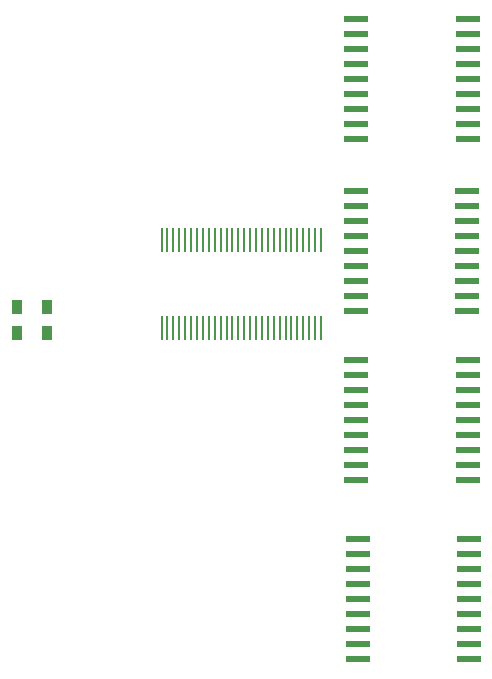
<source format=gtp>
G04 #@! TF.FileFunction,Paste,Top*
%FSLAX46Y46*%
G04 Gerber Fmt 4.6, Leading zero omitted, Abs format (unit mm)*
G04 Created by KiCad (PCBNEW 4.0.6) date 06/27/17 09:44:02*
%MOMM*%
%LPD*%
G01*
G04 APERTURE LIST*
%ADD10C,0.100000*%
%ADD11R,0.285000X2.000000*%
%ADD12R,2.000000X0.600000*%
%ADD13R,0.900000X1.200000*%
G04 APERTURE END LIST*
D10*
D11*
X142348000Y-115129000D03*
X142848000Y-115129000D03*
X143348000Y-115129000D03*
X143848000Y-115129000D03*
X144348000Y-115129000D03*
X144848000Y-115129000D03*
X145348000Y-115129000D03*
X145848000Y-115129000D03*
X146348000Y-115129000D03*
X146848000Y-115129000D03*
X147348000Y-115129000D03*
X147848000Y-115129000D03*
X148348000Y-115129000D03*
X148848000Y-115129000D03*
X149348000Y-115129000D03*
X149848000Y-115129000D03*
X150348000Y-115129000D03*
X150848000Y-115129000D03*
X151348000Y-115129000D03*
X151848000Y-115129000D03*
X152348000Y-115129000D03*
X152848000Y-115129000D03*
X153348000Y-115129000D03*
X153848000Y-115129000D03*
X154348000Y-115129000D03*
X154848000Y-115129000D03*
X155348000Y-115129000D03*
X155848000Y-115129000D03*
X155848000Y-107629000D03*
X155348000Y-107629000D03*
X154848000Y-107629000D03*
X154348000Y-107629000D03*
X153848000Y-107629000D03*
X153348000Y-107629000D03*
X152848000Y-107629000D03*
X152348000Y-107629000D03*
X151848000Y-107629000D03*
X151348000Y-107629000D03*
X150848000Y-107629000D03*
X150348000Y-107629000D03*
X149848000Y-107629000D03*
X149348000Y-107629000D03*
X148848000Y-107629000D03*
X148348000Y-107629000D03*
X147848000Y-107629000D03*
X147348000Y-107629000D03*
X146848000Y-107629000D03*
X146348000Y-107629000D03*
X145848000Y-107629000D03*
X145348000Y-107629000D03*
X144848000Y-107629000D03*
X144348000Y-107629000D03*
X143848000Y-107629000D03*
X143348000Y-107629000D03*
X142848000Y-107629000D03*
X142348000Y-107629000D03*
D12*
X158850600Y-88963500D03*
X158850600Y-90233500D03*
X158850600Y-91503500D03*
X158850600Y-92773500D03*
X158850600Y-94043500D03*
X158850600Y-95313500D03*
X158850600Y-96583500D03*
X158850600Y-97853500D03*
X158850600Y-99123500D03*
X168250600Y-99123500D03*
X168250600Y-97853500D03*
X168250600Y-96583500D03*
X168250600Y-95313500D03*
X168250600Y-94043500D03*
X168250600Y-92773500D03*
X168250600Y-91503500D03*
X168250600Y-90233500D03*
X168250600Y-88963500D03*
X158825200Y-103543100D03*
X158825200Y-104813100D03*
X158825200Y-106083100D03*
X158825200Y-107353100D03*
X158825200Y-108623100D03*
X158825200Y-109893100D03*
X158825200Y-111163100D03*
X158825200Y-112433100D03*
X158825200Y-113703100D03*
X168225200Y-113703100D03*
X168225200Y-112433100D03*
X168225200Y-111163100D03*
X168225200Y-109893100D03*
X168225200Y-108623100D03*
X168225200Y-107353100D03*
X168225200Y-106083100D03*
X168225200Y-104813100D03*
X168225200Y-103543100D03*
X158850600Y-117792500D03*
X158850600Y-119062500D03*
X158850600Y-120332500D03*
X158850600Y-121602500D03*
X158850600Y-122872500D03*
X158850600Y-124142500D03*
X158850600Y-125412500D03*
X158850600Y-126682500D03*
X158850600Y-127952500D03*
X168250600Y-127952500D03*
X168250600Y-126682500D03*
X168250600Y-125412500D03*
X168250600Y-124142500D03*
X168250600Y-122872500D03*
X168250600Y-121602500D03*
X168250600Y-120332500D03*
X168250600Y-119062500D03*
X168250600Y-117792500D03*
X158977600Y-133007100D03*
X158977600Y-134277100D03*
X158977600Y-135547100D03*
X158977600Y-136817100D03*
X158977600Y-138087100D03*
X158977600Y-139357100D03*
X158977600Y-140627100D03*
X158977600Y-141897100D03*
X158977600Y-143167100D03*
X168377600Y-143167100D03*
X168377600Y-141897100D03*
X168377600Y-140627100D03*
X168377600Y-139357100D03*
X168377600Y-138087100D03*
X168377600Y-136817100D03*
X168377600Y-135547100D03*
X168377600Y-134277100D03*
X168377600Y-133007100D03*
D13*
X132651500Y-115527000D03*
X132651500Y-113327000D03*
X130111500Y-115527000D03*
X130111500Y-113327000D03*
M02*

</source>
